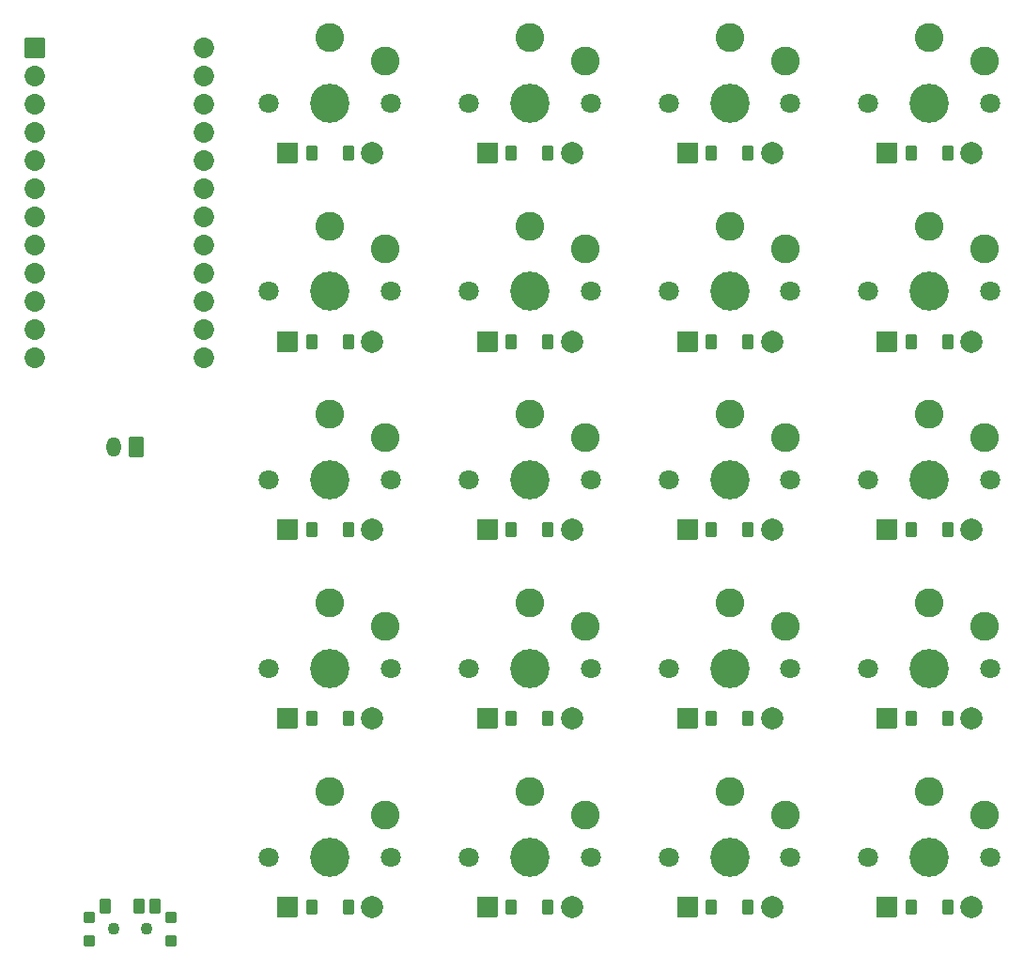
<source format=gbr>
%TF.GenerationSoftware,KiCad,Pcbnew,(6.0.4)*%
%TF.CreationDate,2022-07-18T01:28:08-04:00*%
%TF.ProjectId,lisa,6c697361-2e6b-4696-9361-645f70636258,v1.0.0*%
%TF.SameCoordinates,Original*%
%TF.FileFunction,Soldermask,Top*%
%TF.FilePolarity,Negative*%
%FSLAX46Y46*%
G04 Gerber Fmt 4.6, Leading zero omitted, Abs format (unit mm)*
G04 Created by KiCad (PCBNEW (6.0.4)) date 2022-07-18 01:28:08*
%MOMM*%
%LPD*%
G01*
G04 APERTURE LIST*
G04 Aperture macros list*
%AMRoundRect*
0 Rectangle with rounded corners*
0 $1 Rounding radius*
0 $2 $3 $4 $5 $6 $7 $8 $9 X,Y pos of 4 corners*
0 Add a 4 corners polygon primitive as box body*
4,1,4,$2,$3,$4,$5,$6,$7,$8,$9,$2,$3,0*
0 Add four circle primitives for the rounded corners*
1,1,$1+$1,$2,$3*
1,1,$1+$1,$4,$5*
1,1,$1+$1,$6,$7*
1,1,$1+$1,$8,$9*
0 Add four rect primitives between the rounded corners*
20,1,$1+$1,$2,$3,$4,$5,0*
20,1,$1+$1,$4,$5,$6,$7,0*
20,1,$1+$1,$6,$7,$8,$9,0*
20,1,$1+$1,$8,$9,$2,$3,0*%
G04 Aperture macros list end*
%ADD10C,3.529000*%
%ADD11C,1.801800*%
%ADD12C,2.600000*%
%ADD13RoundRect,0.050000X-0.450000X-0.600000X0.450000X-0.600000X0.450000X0.600000X-0.450000X0.600000X0*%
%ADD14C,2.005000*%
%ADD15RoundRect,0.050000X-0.889000X-0.889000X0.889000X-0.889000X0.889000X0.889000X-0.889000X0.889000X0*%
%ADD16RoundRect,0.050000X-0.876300X0.876300X-0.876300X-0.876300X0.876300X-0.876300X0.876300X0.876300X0*%
%ADD17C,1.852600*%
%ADD18C,1.100000*%
%ADD19RoundRect,0.050000X0.450000X0.625000X-0.450000X0.625000X-0.450000X-0.625000X0.450000X-0.625000X0*%
%ADD20RoundRect,0.050000X0.450000X0.450000X-0.450000X0.450000X-0.450000X-0.450000X0.450000X-0.450000X0*%
%ADD21RoundRect,0.050000X0.600000X0.850000X-0.600000X0.850000X-0.600000X-0.850000X0.600000X-0.850000X0*%
%ADD22O,1.300000X1.800000*%
G04 APERTURE END LIST*
D10*
%TO.C,S1*%
X0Y0D03*
D11*
X5500000Y0D03*
X-5500000Y0D03*
D12*
X5000000Y3800000D03*
X0Y5900000D03*
%TD*%
D13*
%TO.C,D1*%
X-1650000Y-4500000D03*
X1650000Y-4500000D03*
D14*
X3810000Y-4500000D03*
D15*
X-3810000Y-4500000D03*
%TD*%
D10*
%TO.C,S2*%
X0Y17000000D03*
D11*
X5500000Y17000000D03*
X-5500000Y17000000D03*
D12*
X5000000Y20800000D03*
X0Y22900000D03*
%TD*%
D13*
%TO.C,D2*%
X-1650000Y12500000D03*
X1650000Y12500000D03*
D14*
X3810000Y12500000D03*
D15*
X-3810000Y12500000D03*
%TD*%
D10*
%TO.C,S3*%
X0Y34000000D03*
D11*
X5500000Y34000000D03*
X-5500000Y34000000D03*
D12*
X5000000Y37800000D03*
X0Y39900000D03*
%TD*%
D13*
%TO.C,D3*%
X-1650000Y29500000D03*
X1650000Y29500000D03*
D14*
X3810000Y29500000D03*
D15*
X-3810000Y29500000D03*
%TD*%
D10*
%TO.C,S4*%
X0Y51000000D03*
D11*
X5500000Y51000000D03*
X-5500000Y51000000D03*
D12*
X5000000Y54800000D03*
X0Y56900000D03*
%TD*%
D13*
%TO.C,D4*%
X-1650000Y46500000D03*
X1650000Y46500000D03*
D14*
X3810000Y46500000D03*
D15*
X-3810000Y46500000D03*
%TD*%
D10*
%TO.C,S5*%
X0Y68000000D03*
D11*
X5500000Y68000000D03*
X-5500000Y68000000D03*
D12*
X5000000Y71800000D03*
X0Y73900000D03*
%TD*%
D13*
%TO.C,D5*%
X-1650000Y63500000D03*
X1650000Y63500000D03*
D14*
X3810000Y63500000D03*
D15*
X-3810000Y63500000D03*
%TD*%
D10*
%TO.C,S6*%
X18000000Y0D03*
D11*
X23500000Y0D03*
X12500000Y0D03*
D12*
X23000000Y3800000D03*
X18000000Y5900000D03*
%TD*%
D13*
%TO.C,D6*%
X16350000Y-4500000D03*
X19650000Y-4500000D03*
D14*
X21810000Y-4500000D03*
D15*
X14190000Y-4500000D03*
%TD*%
D10*
%TO.C,S7*%
X18000000Y17000000D03*
D11*
X23500000Y17000000D03*
X12500000Y17000000D03*
D12*
X23000000Y20800000D03*
X18000000Y22900000D03*
%TD*%
D13*
%TO.C,D7*%
X16350000Y12500000D03*
X19650000Y12500000D03*
D14*
X21810000Y12500000D03*
D15*
X14190000Y12500000D03*
%TD*%
D10*
%TO.C,S8*%
X18000000Y34000000D03*
D11*
X23500000Y34000000D03*
X12500000Y34000000D03*
D12*
X23000000Y37800000D03*
X18000000Y39900000D03*
%TD*%
D13*
%TO.C,D8*%
X16350000Y29500000D03*
X19650000Y29500000D03*
D14*
X21810000Y29500000D03*
D15*
X14190000Y29500000D03*
%TD*%
D10*
%TO.C,S9*%
X18000000Y51000000D03*
D11*
X23500000Y51000000D03*
X12500000Y51000000D03*
D12*
X23000000Y54800000D03*
X18000000Y56900000D03*
%TD*%
D13*
%TO.C,D9*%
X16350000Y46500000D03*
X19650000Y46500000D03*
D14*
X21810000Y46500000D03*
D15*
X14190000Y46500000D03*
%TD*%
D10*
%TO.C,S10*%
X18000000Y68000000D03*
D11*
X23500000Y68000000D03*
X12500000Y68000000D03*
D12*
X23000000Y71800000D03*
X18000000Y73900000D03*
%TD*%
D13*
%TO.C,D10*%
X16350000Y63500000D03*
X19650000Y63500000D03*
D14*
X21810000Y63500000D03*
D15*
X14190000Y63500000D03*
%TD*%
D10*
%TO.C,S11*%
X36000000Y0D03*
D11*
X41500000Y0D03*
X30500000Y0D03*
D12*
X41000000Y3800000D03*
X36000000Y5900000D03*
%TD*%
D13*
%TO.C,D11*%
X34350000Y-4500000D03*
X37650000Y-4500000D03*
D14*
X39810000Y-4500000D03*
D15*
X32190000Y-4500000D03*
%TD*%
D10*
%TO.C,S12*%
X36000000Y17000000D03*
D11*
X41500000Y17000000D03*
X30500000Y17000000D03*
D12*
X41000000Y20800000D03*
X36000000Y22900000D03*
%TD*%
D13*
%TO.C,D12*%
X34350000Y12500000D03*
X37650000Y12500000D03*
D14*
X39810000Y12500000D03*
D15*
X32190000Y12500000D03*
%TD*%
D10*
%TO.C,S13*%
X36000000Y34000000D03*
D11*
X41500000Y34000000D03*
X30500000Y34000000D03*
D12*
X41000000Y37800000D03*
X36000000Y39900000D03*
%TD*%
D13*
%TO.C,D13*%
X34350000Y29500000D03*
X37650000Y29500000D03*
D14*
X39810000Y29500000D03*
D15*
X32190000Y29500000D03*
%TD*%
D10*
%TO.C,S14*%
X36000000Y51000000D03*
D11*
X41500000Y51000000D03*
X30500000Y51000000D03*
D12*
X41000000Y54800000D03*
X36000000Y56900000D03*
%TD*%
D13*
%TO.C,D14*%
X34350000Y46500000D03*
X37650000Y46500000D03*
D14*
X39810000Y46500000D03*
D15*
X32190000Y46500000D03*
%TD*%
D10*
%TO.C,S15*%
X36000000Y68000000D03*
D11*
X41500000Y68000000D03*
X30500000Y68000000D03*
D12*
X41000000Y71800000D03*
X36000000Y73900000D03*
%TD*%
D13*
%TO.C,D15*%
X34350000Y63500000D03*
X37650000Y63500000D03*
D14*
X39810000Y63500000D03*
D15*
X32190000Y63500000D03*
%TD*%
D10*
%TO.C,S16*%
X54000000Y0D03*
D11*
X59500000Y0D03*
X48500000Y0D03*
D12*
X59000000Y3800000D03*
X54000000Y5900000D03*
%TD*%
D13*
%TO.C,D16*%
X52350000Y-4500000D03*
X55650000Y-4500000D03*
D14*
X57810000Y-4500000D03*
D15*
X50190000Y-4500000D03*
%TD*%
D10*
%TO.C,S17*%
X54000000Y17000000D03*
D11*
X59500000Y17000000D03*
X48500000Y17000000D03*
D12*
X59000000Y20800000D03*
X54000000Y22900000D03*
%TD*%
D13*
%TO.C,D17*%
X52350000Y12500000D03*
X55650000Y12500000D03*
D14*
X57810000Y12500000D03*
D15*
X50190000Y12500000D03*
%TD*%
D10*
%TO.C,S18*%
X54000000Y34000000D03*
D11*
X59500000Y34000000D03*
X48500000Y34000000D03*
D12*
X59000000Y37800000D03*
X54000000Y39900000D03*
%TD*%
D13*
%TO.C,D18*%
X52350000Y29500000D03*
X55650000Y29500000D03*
D14*
X57810000Y29500000D03*
D15*
X50190000Y29500000D03*
%TD*%
D10*
%TO.C,S19*%
X54000000Y51000000D03*
D11*
X59500000Y51000000D03*
X48500000Y51000000D03*
D12*
X59000000Y54800000D03*
X54000000Y56900000D03*
%TD*%
D13*
%TO.C,D19*%
X52350000Y46500000D03*
X55650000Y46500000D03*
D14*
X57810000Y46500000D03*
D15*
X50190000Y46500000D03*
%TD*%
D10*
%TO.C,S20*%
X54000000Y68000000D03*
D11*
X59500000Y68000000D03*
X48500000Y68000000D03*
D12*
X59000000Y71800000D03*
X54000000Y73900000D03*
%TD*%
D13*
%TO.C,D20*%
X52350000Y63500000D03*
X55650000Y63500000D03*
D14*
X57810000Y63500000D03*
D15*
X50190000Y63500000D03*
%TD*%
D16*
%TO.C,MCU1*%
X-26620000Y72970000D03*
D17*
X-26620000Y70430000D03*
X-26620000Y67890000D03*
X-26620000Y65350000D03*
X-26620000Y62810000D03*
X-26620000Y60270000D03*
X-26620000Y57730000D03*
X-26620000Y55190000D03*
X-26620000Y52650000D03*
X-26620000Y50110000D03*
X-26620000Y47570000D03*
X-26620000Y45030000D03*
X-11380000Y72970000D03*
X-11380000Y70430000D03*
X-11380000Y67890000D03*
X-11380000Y65350000D03*
X-11380000Y62810000D03*
X-11380000Y60270000D03*
X-11380000Y57730000D03*
X-11380000Y55190000D03*
X-11380000Y52650000D03*
X-11380000Y50110000D03*
X-11380000Y47570000D03*
X-11380000Y45030000D03*
%TD*%
D18*
%TO.C,T1*%
X-19500000Y-6500000D03*
X-16500000Y-6500000D03*
D19*
X-20250000Y-4425000D03*
X-17250000Y-4425000D03*
X-15750000Y-4425000D03*
D20*
X-21700000Y-7600000D03*
X-21700000Y-5400000D03*
X-14300000Y-5400000D03*
X-14300000Y-7600000D03*
%TD*%
D21*
%TO.C,JST1*%
X-17500000Y37000000D03*
D22*
X-19500000Y37000000D03*
%TD*%
M02*

</source>
